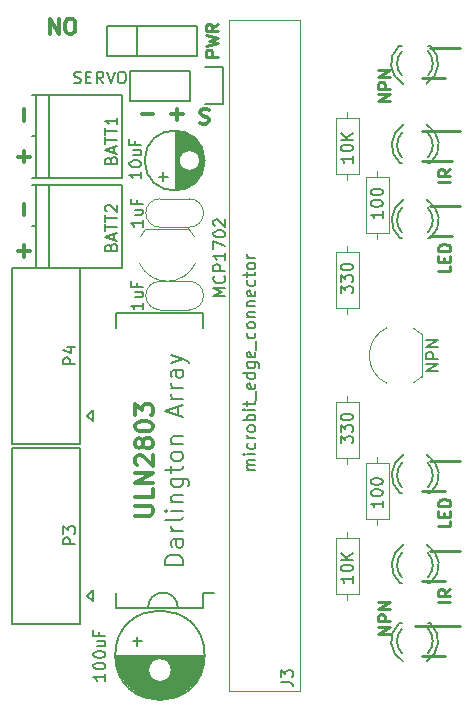
<source format=gto>
G04 #@! TF.FileFunction,Legend,Top*
%FSLAX46Y46*%
G04 Gerber Fmt 4.6, Leading zero omitted, Abs format (unit mm)*
G04 Created by KiCad (PCBNEW 4.0.7) date 08/30/19 18:56:12*
%MOMM*%
%LPD*%
G01*
G04 APERTURE LIST*
%ADD10C,0.100000*%
%ADD11C,0.254000*%
%ADD12C,0.150000*%
%ADD13C,0.200000*%
%ADD14C,0.300000*%
%ADD15C,0.120000*%
G04 APERTURE END LIST*
D10*
D11*
X139524619Y-63584666D02*
X138508619Y-63584666D01*
X138508619Y-63197619D01*
X138557000Y-63100857D01*
X138605381Y-63052476D01*
X138702143Y-63004095D01*
X138847286Y-63004095D01*
X138944048Y-63052476D01*
X138992429Y-63100857D01*
X139040810Y-63197619D01*
X139040810Y-63584666D01*
X138508619Y-62665428D02*
X139524619Y-62423523D01*
X138798905Y-62230000D01*
X139524619Y-62036476D01*
X138508619Y-61794571D01*
X139524619Y-60826952D02*
X139040810Y-61165618D01*
X139524619Y-61407523D02*
X138508619Y-61407523D01*
X138508619Y-61020476D01*
X138557000Y-60923714D01*
X138605381Y-60875333D01*
X138702143Y-60826952D01*
X138847286Y-60826952D01*
X138944048Y-60875333D01*
X138992429Y-60923714D01*
X139040810Y-61020476D01*
X139040810Y-61407523D01*
X154129619Y-112455476D02*
X153113619Y-112455476D01*
X154129619Y-111874905D01*
X153113619Y-111874905D01*
X154129619Y-111391095D02*
X153113619Y-111391095D01*
X153113619Y-111004048D01*
X153162000Y-110907286D01*
X153210381Y-110858905D01*
X153307143Y-110810524D01*
X153452286Y-110810524D01*
X153549048Y-110858905D01*
X153597429Y-110907286D01*
X153645810Y-111004048D01*
X153645810Y-111391095D01*
X154129619Y-110375095D02*
X153113619Y-110375095D01*
X154129619Y-109794524D01*
X153113619Y-109794524D01*
X154129619Y-67370476D02*
X153113619Y-67370476D01*
X154129619Y-66789905D01*
X153113619Y-66789905D01*
X154129619Y-66306095D02*
X153113619Y-66306095D01*
X153113619Y-65919048D01*
X153162000Y-65822286D01*
X153210381Y-65773905D01*
X153307143Y-65725524D01*
X153452286Y-65725524D01*
X153549048Y-65773905D01*
X153597429Y-65822286D01*
X153645810Y-65919048D01*
X153645810Y-66306095D01*
X154129619Y-65290095D02*
X153113619Y-65290095D01*
X154129619Y-64709524D01*
X153113619Y-64709524D01*
X156845000Y-114300000D02*
X158750000Y-114300000D01*
X156210000Y-111760000D02*
X160020000Y-111760000D01*
X156845000Y-107950000D02*
X158750000Y-107950000D01*
X157480000Y-105410000D02*
X160020000Y-105410000D01*
X156845000Y-100330000D02*
X158750000Y-100330000D01*
X157480000Y-97790000D02*
X160020000Y-97790000D01*
X156845000Y-65405000D02*
X158750000Y-65405000D01*
X157480000Y-62865000D02*
X160020000Y-62865000D01*
X156845000Y-69850000D02*
X160020000Y-69850000D01*
X159385000Y-72390000D02*
X156845000Y-72390000D01*
X157480000Y-78740000D02*
X159385000Y-78740000D01*
X157480000Y-76200000D02*
X160020000Y-76200000D01*
D12*
X132334048Y-113101429D02*
X133095953Y-113101429D01*
X132715001Y-113482381D02*
X132715001Y-112720476D01*
D13*
X136568571Y-106611428D02*
X135068571Y-106611428D01*
X135068571Y-106254285D01*
X135140000Y-106040000D01*
X135282857Y-105897142D01*
X135425714Y-105825714D01*
X135711429Y-105754285D01*
X135925714Y-105754285D01*
X136211429Y-105825714D01*
X136354286Y-105897142D01*
X136497143Y-106040000D01*
X136568571Y-106254285D01*
X136568571Y-106611428D01*
X136568571Y-104468571D02*
X135782857Y-104468571D01*
X135640000Y-104540000D01*
X135568571Y-104682857D01*
X135568571Y-104968571D01*
X135640000Y-105111428D01*
X136497143Y-104468571D02*
X136568571Y-104611428D01*
X136568571Y-104968571D01*
X136497143Y-105111428D01*
X136354286Y-105182857D01*
X136211429Y-105182857D01*
X136068571Y-105111428D01*
X135997143Y-104968571D01*
X135997143Y-104611428D01*
X135925714Y-104468571D01*
X136568571Y-103754285D02*
X135568571Y-103754285D01*
X135854286Y-103754285D02*
X135711429Y-103682857D01*
X135640000Y-103611428D01*
X135568571Y-103468571D01*
X135568571Y-103325714D01*
X136568571Y-102611428D02*
X136497143Y-102754286D01*
X136354286Y-102825714D01*
X135068571Y-102825714D01*
X136568571Y-102040000D02*
X135568571Y-102040000D01*
X135068571Y-102040000D02*
X135140000Y-102111429D01*
X135211429Y-102040000D01*
X135140000Y-101968572D01*
X135068571Y-102040000D01*
X135211429Y-102040000D01*
X135568571Y-101325714D02*
X136568571Y-101325714D01*
X135711429Y-101325714D02*
X135640000Y-101254286D01*
X135568571Y-101111428D01*
X135568571Y-100897143D01*
X135640000Y-100754286D01*
X135782857Y-100682857D01*
X136568571Y-100682857D01*
X135568571Y-99325714D02*
X136782857Y-99325714D01*
X136925714Y-99397143D01*
X136997143Y-99468571D01*
X137068571Y-99611428D01*
X137068571Y-99825714D01*
X136997143Y-99968571D01*
X136497143Y-99325714D02*
X136568571Y-99468571D01*
X136568571Y-99754285D01*
X136497143Y-99897143D01*
X136425714Y-99968571D01*
X136282857Y-100040000D01*
X135854286Y-100040000D01*
X135711429Y-99968571D01*
X135640000Y-99897143D01*
X135568571Y-99754285D01*
X135568571Y-99468571D01*
X135640000Y-99325714D01*
X135568571Y-98825714D02*
X135568571Y-98254285D01*
X135068571Y-98611428D02*
X136354286Y-98611428D01*
X136497143Y-98540000D01*
X136568571Y-98397142D01*
X136568571Y-98254285D01*
X136568571Y-97539999D02*
X136497143Y-97682857D01*
X136425714Y-97754285D01*
X136282857Y-97825714D01*
X135854286Y-97825714D01*
X135711429Y-97754285D01*
X135640000Y-97682857D01*
X135568571Y-97539999D01*
X135568571Y-97325714D01*
X135640000Y-97182857D01*
X135711429Y-97111428D01*
X135854286Y-97039999D01*
X136282857Y-97039999D01*
X136425714Y-97111428D01*
X136497143Y-97182857D01*
X136568571Y-97325714D01*
X136568571Y-97539999D01*
X135568571Y-96397142D02*
X136568571Y-96397142D01*
X135711429Y-96397142D02*
X135640000Y-96325714D01*
X135568571Y-96182856D01*
X135568571Y-95968571D01*
X135640000Y-95825714D01*
X135782857Y-95754285D01*
X136568571Y-95754285D01*
X136140000Y-93968571D02*
X136140000Y-93254285D01*
X136568571Y-94111428D02*
X135068571Y-93611428D01*
X136568571Y-93111428D01*
X136568571Y-92611428D02*
X135568571Y-92611428D01*
X135854286Y-92611428D02*
X135711429Y-92540000D01*
X135640000Y-92468571D01*
X135568571Y-92325714D01*
X135568571Y-92182857D01*
X136568571Y-91682857D02*
X135568571Y-91682857D01*
X135854286Y-91682857D02*
X135711429Y-91611429D01*
X135640000Y-91540000D01*
X135568571Y-91397143D01*
X135568571Y-91254286D01*
X136568571Y-90111429D02*
X135782857Y-90111429D01*
X135640000Y-90182858D01*
X135568571Y-90325715D01*
X135568571Y-90611429D01*
X135640000Y-90754286D01*
X136497143Y-90111429D02*
X136568571Y-90254286D01*
X136568571Y-90611429D01*
X136497143Y-90754286D01*
X136354286Y-90825715D01*
X136211429Y-90825715D01*
X136068571Y-90754286D01*
X135997143Y-90611429D01*
X135997143Y-90254286D01*
X135925714Y-90111429D01*
X135568571Y-89540000D02*
X136568571Y-89182857D01*
X135568571Y-88825715D02*
X136568571Y-89182857D01*
X136925714Y-89325715D01*
X136997143Y-89397143D01*
X137068571Y-89540000D01*
D11*
X159209619Y-81298143D02*
X159209619Y-81781952D01*
X158193619Y-81781952D01*
X158677429Y-80959476D02*
X158677429Y-80620810D01*
X159209619Y-80475667D02*
X159209619Y-80959476D01*
X158193619Y-80959476D01*
X158193619Y-80475667D01*
X159209619Y-80040238D02*
X158193619Y-80040238D01*
X158193619Y-79798333D01*
X158242000Y-79653191D01*
X158338762Y-79556429D01*
X158435524Y-79508048D01*
X158629048Y-79459667D01*
X158774190Y-79459667D01*
X158967714Y-79508048D01*
X159064476Y-79556429D01*
X159161238Y-79653191D01*
X159209619Y-79798333D01*
X159209619Y-80040238D01*
X159209619Y-74168000D02*
X158193619Y-74168000D01*
X159209619Y-73103619D02*
X158725810Y-73442285D01*
X159209619Y-73684190D02*
X158193619Y-73684190D01*
X158193619Y-73297143D01*
X158242000Y-73200381D01*
X158290381Y-73152000D01*
X158387143Y-73103619D01*
X158532286Y-73103619D01*
X158629048Y-73152000D01*
X158677429Y-73200381D01*
X158725810Y-73297143D01*
X158725810Y-73684190D01*
X159209619Y-102888143D02*
X159209619Y-103371952D01*
X158193619Y-103371952D01*
X158677429Y-102549476D02*
X158677429Y-102210810D01*
X159209619Y-102065667D02*
X159209619Y-102549476D01*
X158193619Y-102549476D01*
X158193619Y-102065667D01*
X159209619Y-101630238D02*
X158193619Y-101630238D01*
X158193619Y-101388333D01*
X158242000Y-101243191D01*
X158338762Y-101146429D01*
X158435524Y-101098048D01*
X158629048Y-101049667D01*
X158774190Y-101049667D01*
X158967714Y-101098048D01*
X159064476Y-101146429D01*
X159161238Y-101243191D01*
X159209619Y-101388333D01*
X159209619Y-101630238D01*
X159209619Y-109728000D02*
X158193619Y-109728000D01*
X159209619Y-108663619D02*
X158725810Y-109002285D01*
X159209619Y-109244190D02*
X158193619Y-109244190D01*
X158193619Y-108857143D01*
X158242000Y-108760381D01*
X158290381Y-108712000D01*
X158387143Y-108663619D01*
X158532286Y-108663619D01*
X158629048Y-108712000D01*
X158677429Y-108760381D01*
X158725810Y-108857143D01*
X158725810Y-109244190D01*
D14*
X138747143Y-68074048D02*
X138568571Y-68014524D01*
X138270952Y-68014524D01*
X138151905Y-68074048D01*
X138092381Y-68133571D01*
X138032857Y-68252619D01*
X138032857Y-68371667D01*
X138092381Y-68490714D01*
X138151905Y-68550238D01*
X138270952Y-68609762D01*
X138509048Y-68669286D01*
X138628095Y-68728810D01*
X138687619Y-68788333D01*
X138747143Y-68907381D01*
X138747143Y-69026429D01*
X138687619Y-69145476D01*
X138628095Y-69205000D01*
X138509048Y-69264524D01*
X138211428Y-69264524D01*
X138032857Y-69205000D01*
X136544762Y-68490714D02*
X135592381Y-68490714D01*
X136068571Y-68014524D02*
X136068571Y-68966905D01*
X134044762Y-68490714D02*
X133092381Y-68490714D01*
X123099286Y-68065953D02*
X123099286Y-69033572D01*
X123099286Y-71573572D02*
X123099286Y-72541191D01*
X122615476Y-72057381D02*
X123583095Y-72057381D01*
X123099286Y-76048810D02*
X123099286Y-77016429D01*
X123099286Y-79556429D02*
X123099286Y-80524048D01*
X122615476Y-80040238D02*
X123583095Y-80040238D01*
X127151190Y-61655476D02*
X126909286Y-61655476D01*
X126788333Y-61595000D01*
X126667381Y-61474048D01*
X126606905Y-61232143D01*
X126606905Y-60808810D01*
X126667381Y-60566905D01*
X126788333Y-60445952D01*
X126909286Y-60385476D01*
X127151190Y-60385476D01*
X127272143Y-60445952D01*
X127393095Y-60566905D01*
X127453571Y-60808810D01*
X127453571Y-61232143D01*
X127393095Y-61474048D01*
X127272143Y-61595000D01*
X127151190Y-61655476D01*
X126062619Y-60385476D02*
X126062619Y-61655476D01*
X125336905Y-60385476D01*
X125336905Y-61655476D01*
D12*
X154896000Y-111561000D02*
X155096000Y-111561000D01*
X157490000Y-111561000D02*
X157310000Y-111561000D01*
X157179643Y-114788744D02*
G75*
G03X157496000Y-111561000I-1003643J1727744D01*
G01*
X157309068Y-114113006D02*
G75*
G03X157310000Y-112010000I-1133068J1052006D01*
G01*
X154869274Y-111573780D02*
G75*
G03X155216000Y-114811000I1306726J-1497220D01*
G01*
X155096747Y-112047111D02*
G75*
G03X155116000Y-114095000I1079253J-1013889D01*
G01*
X154896000Y-62666000D02*
X155096000Y-62666000D01*
X157490000Y-62666000D02*
X157310000Y-62666000D01*
X157179643Y-65893744D02*
G75*
G03X157496000Y-62666000I-1003643J1727744D01*
G01*
X157309068Y-65218006D02*
G75*
G03X157310000Y-63115000I-1133068J1052006D01*
G01*
X154869274Y-62678780D02*
G75*
G03X155216000Y-65916000I1306726J-1497220D01*
G01*
X155096747Y-63152111D02*
G75*
G03X155116000Y-65200000I1079253J-1013889D01*
G01*
X157524000Y-72589000D02*
X157324000Y-72589000D01*
X154930000Y-72589000D02*
X155110000Y-72589000D01*
X155240357Y-69361256D02*
G75*
G03X154924000Y-72589000I1003643J-1727744D01*
G01*
X155110932Y-70036994D02*
G75*
G03X155110000Y-72140000I1133068J-1052006D01*
G01*
X157550726Y-72576220D02*
G75*
G03X157204000Y-69339000I-1306726J1497220D01*
G01*
X157323253Y-72102889D02*
G75*
G03X157304000Y-70055000I-1079253J1013889D01*
G01*
X130175000Y-63500000D02*
X130175000Y-60960000D01*
X130175000Y-60960000D02*
X137795000Y-60960000D01*
X137795000Y-60960000D02*
X137795000Y-63500000D01*
X137795000Y-63500000D02*
X130175000Y-63500000D01*
X132715000Y-60960000D02*
X132715000Y-63500000D01*
X157524000Y-100529000D02*
X157324000Y-100529000D01*
X154930000Y-100529000D02*
X155110000Y-100529000D01*
X155240357Y-97301256D02*
G75*
G03X154924000Y-100529000I1003643J-1727744D01*
G01*
X155110932Y-97976994D02*
G75*
G03X155110000Y-100080000I1133068J-1052006D01*
G01*
X157550726Y-100516220D02*
G75*
G03X157204000Y-97279000I-1306726J1497220D01*
G01*
X157323253Y-100042889D02*
G75*
G03X157304000Y-97995000I-1079253J1013889D01*
G01*
X135945000Y-69891000D02*
X135945000Y-74889000D01*
X136085000Y-69899000D02*
X136085000Y-74881000D01*
X136225000Y-69915000D02*
X136225000Y-72295000D01*
X136225000Y-72485000D02*
X136225000Y-74865000D01*
X136365000Y-69939000D02*
X136365000Y-71900000D01*
X136365000Y-72880000D02*
X136365000Y-74841000D01*
X136505000Y-69972000D02*
X136505000Y-71733000D01*
X136505000Y-73047000D02*
X136505000Y-74808000D01*
X136645000Y-70013000D02*
X136645000Y-71626000D01*
X136645000Y-73154000D02*
X136645000Y-74767000D01*
X136785000Y-70063000D02*
X136785000Y-71555000D01*
X136785000Y-73225000D02*
X136785000Y-74717000D01*
X136925000Y-70124000D02*
X136925000Y-71511000D01*
X136925000Y-73269000D02*
X136925000Y-74656000D01*
X137065000Y-70194000D02*
X137065000Y-71492000D01*
X137065000Y-73288000D02*
X137065000Y-74586000D01*
X137205000Y-70276000D02*
X137205000Y-71494000D01*
X137205000Y-73286000D02*
X137205000Y-74504000D01*
X137345000Y-70371000D02*
X137345000Y-71519000D01*
X137345000Y-73261000D02*
X137345000Y-74409000D01*
X137485000Y-70482000D02*
X137485000Y-71567000D01*
X137485000Y-73213000D02*
X137485000Y-74298000D01*
X137625000Y-70610000D02*
X137625000Y-71645000D01*
X137625000Y-73135000D02*
X137625000Y-74170000D01*
X137765000Y-70759000D02*
X137765000Y-71762000D01*
X137765000Y-73018000D02*
X137765000Y-74021000D01*
X137905000Y-70938000D02*
X137905000Y-71950000D01*
X137905000Y-72830000D02*
X137905000Y-73842000D01*
X138045000Y-71157000D02*
X138045000Y-73623000D01*
X138185000Y-71446000D02*
X138185000Y-73334000D01*
X138325000Y-71918000D02*
X138325000Y-72862000D01*
X138020000Y-72390000D02*
G75*
G03X138020000Y-72390000I-900000J0D01*
G01*
X138407500Y-72390000D02*
G75*
G03X138407500Y-72390000I-2537500J0D01*
G01*
D10*
X134620000Y-75635000D02*
X137120000Y-75635000D01*
X134620000Y-78035000D02*
X137120000Y-78035000D01*
X133420000Y-76835000D02*
G75*
G03X134620000Y-78035000I1200000J0D01*
G01*
X134620000Y-75635000D02*
G75*
G03X133420000Y-76835000I0J-1200000D01*
G01*
X137120000Y-78035000D02*
G75*
G03X138320000Y-76835000I0J1200000D01*
G01*
X138320000Y-76835000D02*
G75*
G03X137120000Y-75635000I-1200000J0D01*
G01*
D13*
X134874000Y-108966000D02*
G75*
G03X133604000Y-110236000I0J-1270000D01*
G01*
X136144000Y-110236000D02*
G75*
G03X134874000Y-108966000I-1270000J0D01*
G01*
D12*
X138295000Y-110245000D02*
X138295000Y-108975000D01*
X130945000Y-110245000D02*
X130945000Y-108975000D01*
X130945000Y-85335000D02*
X130945000Y-86605000D01*
X138295000Y-85335000D02*
X138295000Y-86605000D01*
X138295000Y-110245000D02*
X130945000Y-110245000D01*
X138295000Y-85335000D02*
X130945000Y-85335000D01*
X138295000Y-108975000D02*
X139230000Y-108975000D01*
X138369000Y-114355000D02*
X130871000Y-114355000D01*
X138364000Y-114495000D02*
X130876000Y-114495000D01*
X138353000Y-114635000D02*
X135066000Y-114635000D01*
X134174000Y-114635000D02*
X130887000Y-114635000D01*
X138337000Y-114775000D02*
X135276000Y-114775000D01*
X133964000Y-114775000D02*
X130903000Y-114775000D01*
X138316000Y-114915000D02*
X135409000Y-114915000D01*
X133831000Y-114915000D02*
X130924000Y-114915000D01*
X138289000Y-115055000D02*
X135500000Y-115055000D01*
X133740000Y-115055000D02*
X130951000Y-115055000D01*
X138257000Y-115195000D02*
X135562000Y-115195000D01*
X133678000Y-115195000D02*
X130983000Y-115195000D01*
X138219000Y-115335000D02*
X135601000Y-115335000D01*
X133639000Y-115335000D02*
X131021000Y-115335000D01*
X138175000Y-115475000D02*
X135618000Y-115475000D01*
X133622000Y-115475000D02*
X131065000Y-115475000D01*
X138124000Y-115615000D02*
X135616000Y-115615000D01*
X133624000Y-115615000D02*
X131116000Y-115615000D01*
X138068000Y-115755000D02*
X135594000Y-115755000D01*
X133646000Y-115755000D02*
X131172000Y-115755000D01*
X138004000Y-115895000D02*
X135551000Y-115895000D01*
X133689000Y-115895000D02*
X131236000Y-115895000D01*
X137934000Y-116035000D02*
X135483000Y-116035000D01*
X133757000Y-116035000D02*
X131306000Y-116035000D01*
X137856000Y-116175000D02*
X135384000Y-116175000D01*
X133856000Y-116175000D02*
X131384000Y-116175000D01*
X137770000Y-116315000D02*
X135239000Y-116315000D01*
X134001000Y-116315000D02*
X131470000Y-116315000D01*
X137675000Y-116455000D02*
X135000000Y-116455000D01*
X134240000Y-116455000D02*
X131565000Y-116455000D01*
X137570000Y-116595000D02*
X131670000Y-116595000D01*
X137455000Y-116735000D02*
X131785000Y-116735000D01*
X137327000Y-116875000D02*
X131913000Y-116875000D01*
X137186000Y-117015000D02*
X132054000Y-117015000D01*
X137028000Y-117155000D02*
X132212000Y-117155000D01*
X136850000Y-117295000D02*
X132390000Y-117295000D01*
X136647000Y-117435000D02*
X132593000Y-117435000D01*
X136410000Y-117575000D02*
X132830000Y-117575000D01*
X136124000Y-117715000D02*
X133116000Y-117715000D01*
X135752000Y-117855000D02*
X133488000Y-117855000D01*
X135131000Y-117995000D02*
X134109000Y-117995000D01*
X135620000Y-115530000D02*
G75*
G03X135620000Y-115530000I-1000000J0D01*
G01*
X138407500Y-114280000D02*
G75*
G03X138407500Y-114280000I-3787500J0D01*
G01*
X137160000Y-64770000D02*
X132080000Y-64770000D01*
X132080000Y-64770000D02*
X132080000Y-67310000D01*
X132080000Y-67310000D02*
X137160000Y-67310000D01*
X139980000Y-67590000D02*
X138430000Y-67590000D01*
X137160000Y-67310000D02*
X137160000Y-64770000D01*
X138430000Y-64490000D02*
X139980000Y-64490000D01*
X139980000Y-64490000D02*
X139980000Y-67590000D01*
X124170000Y-70330000D02*
X123770000Y-70330000D01*
X125270000Y-66830000D02*
X125270000Y-73830000D01*
X124170000Y-66830000D02*
X124170000Y-73830000D01*
X131370000Y-66830000D02*
X123770000Y-66830000D01*
X123770000Y-73830000D02*
X131370000Y-73830000D01*
X131370000Y-73830000D02*
X131370000Y-66830000D01*
X124170000Y-77950000D02*
X123770000Y-77950000D01*
X125270000Y-74450000D02*
X125270000Y-81450000D01*
X124170000Y-74450000D02*
X124170000Y-81450000D01*
X131370000Y-74450000D02*
X123770000Y-74450000D01*
X123770000Y-81450000D02*
X131370000Y-81450000D01*
X131370000Y-81450000D02*
X131370000Y-74450000D01*
X157524000Y-78939000D02*
X157324000Y-78939000D01*
X154930000Y-78939000D02*
X155110000Y-78939000D01*
X155240357Y-75711256D02*
G75*
G03X154924000Y-78939000I1003643J-1727744D01*
G01*
X155110932Y-76386994D02*
G75*
G03X155110000Y-78490000I1133068J-1052006D01*
G01*
X157550726Y-78926220D02*
G75*
G03X157204000Y-75689000I-1306726J1497220D01*
G01*
X157323253Y-78452889D02*
G75*
G03X157304000Y-76405000I-1079253J1013889D01*
G01*
D10*
X134620000Y-82620000D02*
X137120000Y-82620000D01*
X134620000Y-85020000D02*
X137120000Y-85020000D01*
X133420000Y-83820000D02*
G75*
G03X134620000Y-85020000I1200000J0D01*
G01*
X134620000Y-82620000D02*
G75*
G03X133420000Y-83820000I0J-1200000D01*
G01*
X137120000Y-85020000D02*
G75*
G03X138320000Y-83820000I0J1200000D01*
G01*
X138320000Y-83820000D02*
G75*
G03X137120000Y-82620000I-1200000J0D01*
G01*
D12*
X157524000Y-108149000D02*
X157324000Y-108149000D01*
X154930000Y-108149000D02*
X155110000Y-108149000D01*
X155240357Y-104921256D02*
G75*
G03X154924000Y-108149000I1003643J-1727744D01*
G01*
X155110932Y-105596994D02*
G75*
G03X155110000Y-107700000I1133068J-1052006D01*
G01*
X157550726Y-108136220D02*
G75*
G03X157204000Y-104899000I-1306726J1497220D01*
G01*
X157323253Y-107662889D02*
G75*
G03X157304000Y-105615000I-1079253J1013889D01*
G01*
D15*
X137055000Y-78160000D02*
X133455000Y-78160000D01*
X137579184Y-78887205D02*
G75*
G03X137055000Y-78160000I-2324184J-1122795D01*
G01*
X137611400Y-81108807D02*
G75*
G02X135255000Y-82610000I-2356400J1098807D01*
G01*
X132898600Y-81108807D02*
G75*
G03X135255000Y-82610000I2356400J1098807D01*
G01*
X132930816Y-78887205D02*
G75*
G02X133455000Y-78160000I2324184J-1122795D01*
G01*
D12*
X122110000Y-111670000D02*
X122110000Y-96770000D01*
X127860000Y-111670000D02*
X127860000Y-96770000D01*
X122110000Y-111670000D02*
X127860000Y-111670000D01*
X122110000Y-96770000D02*
X127860000Y-96770000D01*
X128960000Y-109720000D02*
X128960000Y-108720000D01*
X128460000Y-109220000D02*
X128960000Y-108720000D01*
X128460000Y-109220000D02*
X128960000Y-109720000D01*
X122110000Y-96430000D02*
X122110000Y-81530000D01*
X127860000Y-96430000D02*
X127860000Y-81530000D01*
X122110000Y-96430000D02*
X127860000Y-96430000D01*
X122110000Y-81530000D02*
X127860000Y-81530000D01*
X128960000Y-94480000D02*
X128960000Y-93480000D01*
X128460000Y-93980000D02*
X128960000Y-93480000D01*
X128460000Y-93980000D02*
X128960000Y-94480000D01*
D15*
X156790000Y-90700000D02*
X156790000Y-87100000D01*
X156062795Y-91224184D02*
G75*
G03X156790000Y-90700000I-1122795J2324184D01*
G01*
X153841193Y-91256400D02*
G75*
G02X152340000Y-88900000I1098807J2356400D01*
G01*
X153841193Y-86543600D02*
G75*
G03X152340000Y-88900000I1098807J-2356400D01*
G01*
X156062795Y-86575816D02*
G75*
G02X156790000Y-87100000I-1122795J-2324184D01*
G01*
X150495000Y-109120000D02*
X150495000Y-109620000D01*
X150495000Y-104370000D02*
X150495000Y-103870000D01*
X151495000Y-104370000D02*
X149495000Y-104370000D01*
X149495000Y-104370000D02*
X149495000Y-109120000D01*
X149495000Y-109120000D02*
X151495000Y-109120000D01*
X151495000Y-109120000D02*
X151495000Y-104370000D01*
X150495000Y-73560000D02*
X150495000Y-74060000D01*
X150495000Y-68810000D02*
X150495000Y-68310000D01*
X151495000Y-68810000D02*
X149495000Y-68810000D01*
X149495000Y-68810000D02*
X149495000Y-73560000D01*
X149495000Y-73560000D02*
X151495000Y-73560000D01*
X151495000Y-73560000D02*
X151495000Y-68810000D01*
X153035000Y-73760000D02*
X153035000Y-73260000D01*
X153035000Y-78510000D02*
X153035000Y-79010000D01*
X152035000Y-78510000D02*
X154035000Y-78510000D01*
X154035000Y-78510000D02*
X154035000Y-73760000D01*
X154035000Y-73760000D02*
X152035000Y-73760000D01*
X152035000Y-73760000D02*
X152035000Y-78510000D01*
X150495000Y-92810000D02*
X150495000Y-92310000D01*
X150495000Y-97560000D02*
X150495000Y-98060000D01*
X149495000Y-97560000D02*
X151495000Y-97560000D01*
X151495000Y-97560000D02*
X151495000Y-92810000D01*
X151495000Y-92810000D02*
X149495000Y-92810000D01*
X149495000Y-92810000D02*
X149495000Y-97560000D01*
X150495000Y-80110000D02*
X150495000Y-79610000D01*
X150495000Y-84860000D02*
X150495000Y-85360000D01*
X149495000Y-84860000D02*
X151495000Y-84860000D01*
X151495000Y-84860000D02*
X151495000Y-80110000D01*
X151495000Y-80110000D02*
X149495000Y-80110000D01*
X149495000Y-80110000D02*
X149495000Y-84860000D01*
X153035000Y-102770000D02*
X153035000Y-103270000D01*
X153035000Y-98020000D02*
X153035000Y-97520000D01*
X154035000Y-98020000D02*
X152035000Y-98020000D01*
X152035000Y-98020000D02*
X152035000Y-102770000D01*
X152035000Y-102770000D02*
X154035000Y-102770000D01*
X154035000Y-102770000D02*
X154035000Y-98020000D01*
X146510000Y-60500000D02*
X140510000Y-60500000D01*
X146510000Y-117300000D02*
X140510000Y-117300000D01*
X146510000Y-117300000D02*
X146510000Y-60500000D01*
X140510000Y-117300000D02*
X140510000Y-60500000D01*
D12*
X133040381Y-73334428D02*
X133040381Y-73905857D01*
X133040381Y-73620143D02*
X132040381Y-73620143D01*
X132183238Y-73715381D01*
X132278476Y-73810619D01*
X132326095Y-73905857D01*
X132040381Y-72715381D02*
X132040381Y-72620142D01*
X132088000Y-72524904D01*
X132135619Y-72477285D01*
X132230857Y-72429666D01*
X132421333Y-72382047D01*
X132659429Y-72382047D01*
X132849905Y-72429666D01*
X132945143Y-72477285D01*
X132992762Y-72524904D01*
X133040381Y-72620142D01*
X133040381Y-72715381D01*
X132992762Y-72810619D01*
X132945143Y-72858238D01*
X132849905Y-72905857D01*
X132659429Y-72953476D01*
X132421333Y-72953476D01*
X132230857Y-72905857D01*
X132135619Y-72858238D01*
X132088000Y-72810619D01*
X132040381Y-72715381D01*
X132373714Y-71524904D02*
X133040381Y-71524904D01*
X132373714Y-71953476D02*
X132897524Y-71953476D01*
X132992762Y-71905857D01*
X133040381Y-71810619D01*
X133040381Y-71667761D01*
X132992762Y-71572523D01*
X132945143Y-71524904D01*
X132516571Y-70715380D02*
X132516571Y-71048714D01*
X133040381Y-71048714D02*
X132040381Y-71048714D01*
X132040381Y-70572523D01*
X134539048Y-73761429D02*
X135300953Y-73761429D01*
X134920001Y-74142381D02*
X134920001Y-73380476D01*
X133167381Y-77430238D02*
X133167381Y-78001667D01*
X133167381Y-77715953D02*
X132167381Y-77715953D01*
X132310238Y-77811191D01*
X132405476Y-77906429D01*
X132453095Y-78001667D01*
X132500714Y-76573095D02*
X133167381Y-76573095D01*
X132500714Y-77001667D02*
X133024524Y-77001667D01*
X133119762Y-76954048D01*
X133167381Y-76858810D01*
X133167381Y-76715952D01*
X133119762Y-76620714D01*
X133072143Y-76573095D01*
X132643571Y-75763571D02*
X132643571Y-76096905D01*
X133167381Y-76096905D02*
X132167381Y-76096905D01*
X132167381Y-75620714D01*
D14*
X132528571Y-102468571D02*
X133742857Y-102468571D01*
X133885714Y-102397143D01*
X133957143Y-102325714D01*
X134028571Y-102182857D01*
X134028571Y-101897143D01*
X133957143Y-101754285D01*
X133885714Y-101682857D01*
X133742857Y-101611428D01*
X132528571Y-101611428D01*
X134028571Y-100182856D02*
X134028571Y-100897142D01*
X132528571Y-100897142D01*
X134028571Y-99682856D02*
X132528571Y-99682856D01*
X134028571Y-98825713D01*
X132528571Y-98825713D01*
X132671429Y-98182856D02*
X132600000Y-98111427D01*
X132528571Y-97968570D01*
X132528571Y-97611427D01*
X132600000Y-97468570D01*
X132671429Y-97397141D01*
X132814286Y-97325713D01*
X132957143Y-97325713D01*
X133171429Y-97397141D01*
X134028571Y-98254284D01*
X134028571Y-97325713D01*
X133171429Y-96468570D02*
X133100000Y-96611428D01*
X133028571Y-96682856D01*
X132885714Y-96754285D01*
X132814286Y-96754285D01*
X132671429Y-96682856D01*
X132600000Y-96611428D01*
X132528571Y-96468570D01*
X132528571Y-96182856D01*
X132600000Y-96039999D01*
X132671429Y-95968570D01*
X132814286Y-95897142D01*
X132885714Y-95897142D01*
X133028571Y-95968570D01*
X133100000Y-96039999D01*
X133171429Y-96182856D01*
X133171429Y-96468570D01*
X133242857Y-96611428D01*
X133314286Y-96682856D01*
X133457143Y-96754285D01*
X133742857Y-96754285D01*
X133885714Y-96682856D01*
X133957143Y-96611428D01*
X134028571Y-96468570D01*
X134028571Y-96182856D01*
X133957143Y-96039999D01*
X133885714Y-95968570D01*
X133742857Y-95897142D01*
X133457143Y-95897142D01*
X133314286Y-95968570D01*
X133242857Y-96039999D01*
X133171429Y-96182856D01*
X132528571Y-94968571D02*
X132528571Y-94825714D01*
X132600000Y-94682857D01*
X132671429Y-94611428D01*
X132814286Y-94539999D01*
X133100000Y-94468571D01*
X133457143Y-94468571D01*
X133742857Y-94539999D01*
X133885714Y-94611428D01*
X133957143Y-94682857D01*
X134028571Y-94825714D01*
X134028571Y-94968571D01*
X133957143Y-95111428D01*
X133885714Y-95182857D01*
X133742857Y-95254285D01*
X133457143Y-95325714D01*
X133100000Y-95325714D01*
X132814286Y-95254285D01*
X132671429Y-95182857D01*
X132600000Y-95111428D01*
X132528571Y-94968571D01*
X132528571Y-93968571D02*
X132528571Y-93040000D01*
X133100000Y-93540000D01*
X133100000Y-93325714D01*
X133171429Y-93182857D01*
X133242857Y-93111428D01*
X133385714Y-93040000D01*
X133742857Y-93040000D01*
X133885714Y-93111428D01*
X133957143Y-93182857D01*
X134028571Y-93325714D01*
X134028571Y-93754286D01*
X133957143Y-93897143D01*
X133885714Y-93968571D01*
D12*
X129992381Y-115847619D02*
X129992381Y-116419048D01*
X129992381Y-116133334D02*
X128992381Y-116133334D01*
X129135238Y-116228572D01*
X129230476Y-116323810D01*
X129278095Y-116419048D01*
X128992381Y-115228572D02*
X128992381Y-115133333D01*
X129040000Y-115038095D01*
X129087619Y-114990476D01*
X129182857Y-114942857D01*
X129373333Y-114895238D01*
X129611429Y-114895238D01*
X129801905Y-114942857D01*
X129897143Y-114990476D01*
X129944762Y-115038095D01*
X129992381Y-115133333D01*
X129992381Y-115228572D01*
X129944762Y-115323810D01*
X129897143Y-115371429D01*
X129801905Y-115419048D01*
X129611429Y-115466667D01*
X129373333Y-115466667D01*
X129182857Y-115419048D01*
X129087619Y-115371429D01*
X129040000Y-115323810D01*
X128992381Y-115228572D01*
X128992381Y-114276191D02*
X128992381Y-114180952D01*
X129040000Y-114085714D01*
X129087619Y-114038095D01*
X129182857Y-113990476D01*
X129373333Y-113942857D01*
X129611429Y-113942857D01*
X129801905Y-113990476D01*
X129897143Y-114038095D01*
X129944762Y-114085714D01*
X129992381Y-114180952D01*
X129992381Y-114276191D01*
X129944762Y-114371429D01*
X129897143Y-114419048D01*
X129801905Y-114466667D01*
X129611429Y-114514286D01*
X129373333Y-114514286D01*
X129182857Y-114466667D01*
X129087619Y-114419048D01*
X129040000Y-114371429D01*
X128992381Y-114276191D01*
X129325714Y-113085714D02*
X129992381Y-113085714D01*
X129325714Y-113514286D02*
X129849524Y-113514286D01*
X129944762Y-113466667D01*
X129992381Y-113371429D01*
X129992381Y-113228571D01*
X129944762Y-113133333D01*
X129897143Y-113085714D01*
X129468571Y-112276190D02*
X129468571Y-112609524D01*
X129992381Y-112609524D02*
X128992381Y-112609524D01*
X128992381Y-112133333D01*
X127349524Y-65809762D02*
X127492381Y-65857381D01*
X127730477Y-65857381D01*
X127825715Y-65809762D01*
X127873334Y-65762143D01*
X127920953Y-65666905D01*
X127920953Y-65571667D01*
X127873334Y-65476429D01*
X127825715Y-65428810D01*
X127730477Y-65381190D01*
X127540000Y-65333571D01*
X127444762Y-65285952D01*
X127397143Y-65238333D01*
X127349524Y-65143095D01*
X127349524Y-65047857D01*
X127397143Y-64952619D01*
X127444762Y-64905000D01*
X127540000Y-64857381D01*
X127778096Y-64857381D01*
X127920953Y-64905000D01*
X128349524Y-65333571D02*
X128682858Y-65333571D01*
X128825715Y-65857381D02*
X128349524Y-65857381D01*
X128349524Y-64857381D01*
X128825715Y-64857381D01*
X129825715Y-65857381D02*
X129492381Y-65381190D01*
X129254286Y-65857381D02*
X129254286Y-64857381D01*
X129635239Y-64857381D01*
X129730477Y-64905000D01*
X129778096Y-64952619D01*
X129825715Y-65047857D01*
X129825715Y-65190714D01*
X129778096Y-65285952D01*
X129730477Y-65333571D01*
X129635239Y-65381190D01*
X129254286Y-65381190D01*
X130111429Y-64857381D02*
X130444762Y-65857381D01*
X130778096Y-64857381D01*
X131301905Y-64857381D02*
X131492382Y-64857381D01*
X131587620Y-64905000D01*
X131682858Y-65000238D01*
X131730477Y-65190714D01*
X131730477Y-65524048D01*
X131682858Y-65714524D01*
X131587620Y-65809762D01*
X131492382Y-65857381D01*
X131301905Y-65857381D01*
X131206667Y-65809762D01*
X131111429Y-65714524D01*
X131063810Y-65524048D01*
X131063810Y-65190714D01*
X131111429Y-65000238D01*
X131206667Y-64905000D01*
X131301905Y-64857381D01*
X130484571Y-72334238D02*
X130532190Y-72191381D01*
X130579810Y-72143762D01*
X130675048Y-72096143D01*
X130817905Y-72096143D01*
X130913143Y-72143762D01*
X130960762Y-72191381D01*
X131008381Y-72286619D01*
X131008381Y-72667572D01*
X130008381Y-72667572D01*
X130008381Y-72334238D01*
X130056000Y-72239000D01*
X130103619Y-72191381D01*
X130198857Y-72143762D01*
X130294095Y-72143762D01*
X130389333Y-72191381D01*
X130436952Y-72239000D01*
X130484571Y-72334238D01*
X130484571Y-72667572D01*
X130722667Y-71715191D02*
X130722667Y-71239000D01*
X131008381Y-71810429D02*
X130008381Y-71477096D01*
X131008381Y-71143762D01*
X130008381Y-70953286D02*
X130008381Y-70381857D01*
X131008381Y-70667572D02*
X130008381Y-70667572D01*
X130008381Y-70191381D02*
X130008381Y-69619952D01*
X131008381Y-69905667D02*
X130008381Y-69905667D01*
X131008381Y-68762809D02*
X131008381Y-69334238D01*
X131008381Y-69048524D02*
X130008381Y-69048524D01*
X130151238Y-69143762D01*
X130246476Y-69239000D01*
X130294095Y-69334238D01*
X130484571Y-79700238D02*
X130532190Y-79557381D01*
X130579810Y-79509762D01*
X130675048Y-79462143D01*
X130817905Y-79462143D01*
X130913143Y-79509762D01*
X130960762Y-79557381D01*
X131008381Y-79652619D01*
X131008381Y-80033572D01*
X130008381Y-80033572D01*
X130008381Y-79700238D01*
X130056000Y-79605000D01*
X130103619Y-79557381D01*
X130198857Y-79509762D01*
X130294095Y-79509762D01*
X130389333Y-79557381D01*
X130436952Y-79605000D01*
X130484571Y-79700238D01*
X130484571Y-80033572D01*
X130722667Y-79081191D02*
X130722667Y-78605000D01*
X131008381Y-79176429D02*
X130008381Y-78843096D01*
X131008381Y-78509762D01*
X130008381Y-78319286D02*
X130008381Y-77747857D01*
X131008381Y-78033572D02*
X130008381Y-78033572D01*
X130008381Y-77557381D02*
X130008381Y-76985952D01*
X131008381Y-77271667D02*
X130008381Y-77271667D01*
X130103619Y-76700238D02*
X130056000Y-76652619D01*
X130008381Y-76557381D01*
X130008381Y-76319285D01*
X130056000Y-76224047D01*
X130103619Y-76176428D01*
X130198857Y-76128809D01*
X130294095Y-76128809D01*
X130436952Y-76176428D01*
X131008381Y-76747857D01*
X131008381Y-76128809D01*
X133167381Y-84415238D02*
X133167381Y-84986667D01*
X133167381Y-84700953D02*
X132167381Y-84700953D01*
X132310238Y-84796191D01*
X132405476Y-84891429D01*
X132453095Y-84986667D01*
X132500714Y-83558095D02*
X133167381Y-83558095D01*
X132500714Y-83986667D02*
X133024524Y-83986667D01*
X133119762Y-83939048D01*
X133167381Y-83843810D01*
X133167381Y-83700952D01*
X133119762Y-83605714D01*
X133072143Y-83558095D01*
X132643571Y-82748571D02*
X132643571Y-83081905D01*
X133167381Y-83081905D02*
X132167381Y-83081905D01*
X132167381Y-82605714D01*
X140152381Y-83883095D02*
X139152381Y-83883095D01*
X139866667Y-83549761D01*
X139152381Y-83216428D01*
X140152381Y-83216428D01*
X140057143Y-82168809D02*
X140104762Y-82216428D01*
X140152381Y-82359285D01*
X140152381Y-82454523D01*
X140104762Y-82597381D01*
X140009524Y-82692619D01*
X139914286Y-82740238D01*
X139723810Y-82787857D01*
X139580952Y-82787857D01*
X139390476Y-82740238D01*
X139295238Y-82692619D01*
X139200000Y-82597381D01*
X139152381Y-82454523D01*
X139152381Y-82359285D01*
X139200000Y-82216428D01*
X139247619Y-82168809D01*
X140152381Y-81740238D02*
X139152381Y-81740238D01*
X139152381Y-81359285D01*
X139200000Y-81264047D01*
X139247619Y-81216428D01*
X139342857Y-81168809D01*
X139485714Y-81168809D01*
X139580952Y-81216428D01*
X139628571Y-81264047D01*
X139676190Y-81359285D01*
X139676190Y-81740238D01*
X140152381Y-80216428D02*
X140152381Y-80787857D01*
X140152381Y-80502143D02*
X139152381Y-80502143D01*
X139295238Y-80597381D01*
X139390476Y-80692619D01*
X139438095Y-80787857D01*
X139152381Y-79883095D02*
X139152381Y-79216428D01*
X140152381Y-79645000D01*
X139152381Y-78645000D02*
X139152381Y-78549761D01*
X139200000Y-78454523D01*
X139247619Y-78406904D01*
X139342857Y-78359285D01*
X139533333Y-78311666D01*
X139771429Y-78311666D01*
X139961905Y-78359285D01*
X140057143Y-78406904D01*
X140104762Y-78454523D01*
X140152381Y-78549761D01*
X140152381Y-78645000D01*
X140104762Y-78740238D01*
X140057143Y-78787857D01*
X139961905Y-78835476D01*
X139771429Y-78883095D01*
X139533333Y-78883095D01*
X139342857Y-78835476D01*
X139247619Y-78787857D01*
X139200000Y-78740238D01*
X139152381Y-78645000D01*
X139247619Y-77930714D02*
X139200000Y-77883095D01*
X139152381Y-77787857D01*
X139152381Y-77549761D01*
X139200000Y-77454523D01*
X139247619Y-77406904D01*
X139342857Y-77359285D01*
X139438095Y-77359285D01*
X139580952Y-77406904D01*
X140152381Y-77978333D01*
X140152381Y-77359285D01*
X127452381Y-104878095D02*
X126452381Y-104878095D01*
X126452381Y-104497142D01*
X126500000Y-104401904D01*
X126547619Y-104354285D01*
X126642857Y-104306666D01*
X126785714Y-104306666D01*
X126880952Y-104354285D01*
X126928571Y-104401904D01*
X126976190Y-104497142D01*
X126976190Y-104878095D01*
X126452381Y-103973333D02*
X126452381Y-103354285D01*
X126833333Y-103687619D01*
X126833333Y-103544761D01*
X126880952Y-103449523D01*
X126928571Y-103401904D01*
X127023810Y-103354285D01*
X127261905Y-103354285D01*
X127357143Y-103401904D01*
X127404762Y-103449523D01*
X127452381Y-103544761D01*
X127452381Y-103830476D01*
X127404762Y-103925714D01*
X127357143Y-103973333D01*
X127452381Y-89638095D02*
X126452381Y-89638095D01*
X126452381Y-89257142D01*
X126500000Y-89161904D01*
X126547619Y-89114285D01*
X126642857Y-89066666D01*
X126785714Y-89066666D01*
X126880952Y-89114285D01*
X126928571Y-89161904D01*
X126976190Y-89257142D01*
X126976190Y-89638095D01*
X126785714Y-88209523D02*
X127452381Y-88209523D01*
X126404762Y-88447619D02*
X127119048Y-88685714D01*
X127119048Y-88066666D01*
X158182381Y-90209524D02*
X157182381Y-90209524D01*
X158182381Y-89638095D01*
X157182381Y-89638095D01*
X158182381Y-89161905D02*
X157182381Y-89161905D01*
X157182381Y-88780952D01*
X157230000Y-88685714D01*
X157277619Y-88638095D01*
X157372857Y-88590476D01*
X157515714Y-88590476D01*
X157610952Y-88638095D01*
X157658571Y-88685714D01*
X157706190Y-88780952D01*
X157706190Y-89161905D01*
X158182381Y-88161905D02*
X157182381Y-88161905D01*
X158182381Y-87590476D01*
X157182381Y-87590476D01*
X150947381Y-107560476D02*
X150947381Y-108131905D01*
X150947381Y-107846191D02*
X149947381Y-107846191D01*
X150090238Y-107941429D01*
X150185476Y-108036667D01*
X150233095Y-108131905D01*
X149947381Y-106941429D02*
X149947381Y-106846190D01*
X149995000Y-106750952D01*
X150042619Y-106703333D01*
X150137857Y-106655714D01*
X150328333Y-106608095D01*
X150566429Y-106608095D01*
X150756905Y-106655714D01*
X150852143Y-106703333D01*
X150899762Y-106750952D01*
X150947381Y-106846190D01*
X150947381Y-106941429D01*
X150899762Y-107036667D01*
X150852143Y-107084286D01*
X150756905Y-107131905D01*
X150566429Y-107179524D01*
X150328333Y-107179524D01*
X150137857Y-107131905D01*
X150042619Y-107084286D01*
X149995000Y-107036667D01*
X149947381Y-106941429D01*
X150947381Y-106179524D02*
X149947381Y-106179524D01*
X150947381Y-105608095D02*
X150375952Y-106036667D01*
X149947381Y-105608095D02*
X150518810Y-106179524D01*
X150947381Y-72000476D02*
X150947381Y-72571905D01*
X150947381Y-72286191D02*
X149947381Y-72286191D01*
X150090238Y-72381429D01*
X150185476Y-72476667D01*
X150233095Y-72571905D01*
X149947381Y-71381429D02*
X149947381Y-71286190D01*
X149995000Y-71190952D01*
X150042619Y-71143333D01*
X150137857Y-71095714D01*
X150328333Y-71048095D01*
X150566429Y-71048095D01*
X150756905Y-71095714D01*
X150852143Y-71143333D01*
X150899762Y-71190952D01*
X150947381Y-71286190D01*
X150947381Y-71381429D01*
X150899762Y-71476667D01*
X150852143Y-71524286D01*
X150756905Y-71571905D01*
X150566429Y-71619524D01*
X150328333Y-71619524D01*
X150137857Y-71571905D01*
X150042619Y-71524286D01*
X149995000Y-71476667D01*
X149947381Y-71381429D01*
X150947381Y-70619524D02*
X149947381Y-70619524D01*
X150947381Y-70048095D02*
X150375952Y-70476667D01*
X149947381Y-70048095D02*
X150518810Y-70619524D01*
X153487381Y-76676666D02*
X153487381Y-77248095D01*
X153487381Y-76962381D02*
X152487381Y-76962381D01*
X152630238Y-77057619D01*
X152725476Y-77152857D01*
X152773095Y-77248095D01*
X152487381Y-76057619D02*
X152487381Y-75962380D01*
X152535000Y-75867142D01*
X152582619Y-75819523D01*
X152677857Y-75771904D01*
X152868333Y-75724285D01*
X153106429Y-75724285D01*
X153296905Y-75771904D01*
X153392143Y-75819523D01*
X153439762Y-75867142D01*
X153487381Y-75962380D01*
X153487381Y-76057619D01*
X153439762Y-76152857D01*
X153392143Y-76200476D01*
X153296905Y-76248095D01*
X153106429Y-76295714D01*
X152868333Y-76295714D01*
X152677857Y-76248095D01*
X152582619Y-76200476D01*
X152535000Y-76152857D01*
X152487381Y-76057619D01*
X152487381Y-75105238D02*
X152487381Y-75009999D01*
X152535000Y-74914761D01*
X152582619Y-74867142D01*
X152677857Y-74819523D01*
X152868333Y-74771904D01*
X153106429Y-74771904D01*
X153296905Y-74819523D01*
X153392143Y-74867142D01*
X153439762Y-74914761D01*
X153487381Y-75009999D01*
X153487381Y-75105238D01*
X153439762Y-75200476D01*
X153392143Y-75248095D01*
X153296905Y-75295714D01*
X153106429Y-75343333D01*
X152868333Y-75343333D01*
X152677857Y-75295714D01*
X152582619Y-75248095D01*
X152535000Y-75200476D01*
X152487381Y-75105238D01*
X149947381Y-96345714D02*
X149947381Y-95726666D01*
X150328333Y-96060000D01*
X150328333Y-95917142D01*
X150375952Y-95821904D01*
X150423571Y-95774285D01*
X150518810Y-95726666D01*
X150756905Y-95726666D01*
X150852143Y-95774285D01*
X150899762Y-95821904D01*
X150947381Y-95917142D01*
X150947381Y-96202857D01*
X150899762Y-96298095D01*
X150852143Y-96345714D01*
X149947381Y-95393333D02*
X149947381Y-94774285D01*
X150328333Y-95107619D01*
X150328333Y-94964761D01*
X150375952Y-94869523D01*
X150423571Y-94821904D01*
X150518810Y-94774285D01*
X150756905Y-94774285D01*
X150852143Y-94821904D01*
X150899762Y-94869523D01*
X150947381Y-94964761D01*
X150947381Y-95250476D01*
X150899762Y-95345714D01*
X150852143Y-95393333D01*
X149947381Y-94155238D02*
X149947381Y-94059999D01*
X149995000Y-93964761D01*
X150042619Y-93917142D01*
X150137857Y-93869523D01*
X150328333Y-93821904D01*
X150566429Y-93821904D01*
X150756905Y-93869523D01*
X150852143Y-93917142D01*
X150899762Y-93964761D01*
X150947381Y-94059999D01*
X150947381Y-94155238D01*
X150899762Y-94250476D01*
X150852143Y-94298095D01*
X150756905Y-94345714D01*
X150566429Y-94393333D01*
X150328333Y-94393333D01*
X150137857Y-94345714D01*
X150042619Y-94298095D01*
X149995000Y-94250476D01*
X149947381Y-94155238D01*
X149947381Y-83645714D02*
X149947381Y-83026666D01*
X150328333Y-83360000D01*
X150328333Y-83217142D01*
X150375952Y-83121904D01*
X150423571Y-83074285D01*
X150518810Y-83026666D01*
X150756905Y-83026666D01*
X150852143Y-83074285D01*
X150899762Y-83121904D01*
X150947381Y-83217142D01*
X150947381Y-83502857D01*
X150899762Y-83598095D01*
X150852143Y-83645714D01*
X149947381Y-82693333D02*
X149947381Y-82074285D01*
X150328333Y-82407619D01*
X150328333Y-82264761D01*
X150375952Y-82169523D01*
X150423571Y-82121904D01*
X150518810Y-82074285D01*
X150756905Y-82074285D01*
X150852143Y-82121904D01*
X150899762Y-82169523D01*
X150947381Y-82264761D01*
X150947381Y-82550476D01*
X150899762Y-82645714D01*
X150852143Y-82693333D01*
X149947381Y-81455238D02*
X149947381Y-81359999D01*
X149995000Y-81264761D01*
X150042619Y-81217142D01*
X150137857Y-81169523D01*
X150328333Y-81121904D01*
X150566429Y-81121904D01*
X150756905Y-81169523D01*
X150852143Y-81217142D01*
X150899762Y-81264761D01*
X150947381Y-81359999D01*
X150947381Y-81455238D01*
X150899762Y-81550476D01*
X150852143Y-81598095D01*
X150756905Y-81645714D01*
X150566429Y-81693333D01*
X150328333Y-81693333D01*
X150137857Y-81645714D01*
X150042619Y-81598095D01*
X149995000Y-81550476D01*
X149947381Y-81455238D01*
X153487381Y-101186666D02*
X153487381Y-101758095D01*
X153487381Y-101472381D02*
X152487381Y-101472381D01*
X152630238Y-101567619D01*
X152725476Y-101662857D01*
X152773095Y-101758095D01*
X152487381Y-100567619D02*
X152487381Y-100472380D01*
X152535000Y-100377142D01*
X152582619Y-100329523D01*
X152677857Y-100281904D01*
X152868333Y-100234285D01*
X153106429Y-100234285D01*
X153296905Y-100281904D01*
X153392143Y-100329523D01*
X153439762Y-100377142D01*
X153487381Y-100472380D01*
X153487381Y-100567619D01*
X153439762Y-100662857D01*
X153392143Y-100710476D01*
X153296905Y-100758095D01*
X153106429Y-100805714D01*
X152868333Y-100805714D01*
X152677857Y-100758095D01*
X152582619Y-100710476D01*
X152535000Y-100662857D01*
X152487381Y-100567619D01*
X152487381Y-99615238D02*
X152487381Y-99519999D01*
X152535000Y-99424761D01*
X152582619Y-99377142D01*
X152677857Y-99329523D01*
X152868333Y-99281904D01*
X153106429Y-99281904D01*
X153296905Y-99329523D01*
X153392143Y-99377142D01*
X153439762Y-99424761D01*
X153487381Y-99519999D01*
X153487381Y-99615238D01*
X153439762Y-99710476D01*
X153392143Y-99758095D01*
X153296905Y-99805714D01*
X153106429Y-99853333D01*
X152868333Y-99853333D01*
X152677857Y-99805714D01*
X152582619Y-99758095D01*
X152535000Y-99710476D01*
X152487381Y-99615238D01*
X144867381Y-116538333D02*
X145581667Y-116538333D01*
X145724524Y-116585953D01*
X145819762Y-116681191D01*
X145867381Y-116824048D01*
X145867381Y-116919286D01*
X144867381Y-116157381D02*
X144867381Y-115538333D01*
X145248333Y-115871667D01*
X145248333Y-115728809D01*
X145295952Y-115633571D01*
X145343571Y-115585952D01*
X145438810Y-115538333D01*
X145676905Y-115538333D01*
X145772143Y-115585952D01*
X145819762Y-115633571D01*
X145867381Y-115728809D01*
X145867381Y-116014524D01*
X145819762Y-116109762D01*
X145772143Y-116157381D01*
X142692381Y-98582620D02*
X142025714Y-98582620D01*
X142120952Y-98582620D02*
X142073333Y-98535001D01*
X142025714Y-98439763D01*
X142025714Y-98296905D01*
X142073333Y-98201667D01*
X142168571Y-98154048D01*
X142692381Y-98154048D01*
X142168571Y-98154048D02*
X142073333Y-98106429D01*
X142025714Y-98011191D01*
X142025714Y-97868334D01*
X142073333Y-97773096D01*
X142168571Y-97725477D01*
X142692381Y-97725477D01*
X142692381Y-97249287D02*
X142025714Y-97249287D01*
X141692381Y-97249287D02*
X141740000Y-97296906D01*
X141787619Y-97249287D01*
X141740000Y-97201668D01*
X141692381Y-97249287D01*
X141787619Y-97249287D01*
X142644762Y-96344525D02*
X142692381Y-96439763D01*
X142692381Y-96630240D01*
X142644762Y-96725478D01*
X142597143Y-96773097D01*
X142501905Y-96820716D01*
X142216190Y-96820716D01*
X142120952Y-96773097D01*
X142073333Y-96725478D01*
X142025714Y-96630240D01*
X142025714Y-96439763D01*
X142073333Y-96344525D01*
X142692381Y-95915954D02*
X142025714Y-95915954D01*
X142216190Y-95915954D02*
X142120952Y-95868335D01*
X142073333Y-95820716D01*
X142025714Y-95725478D01*
X142025714Y-95630239D01*
X142692381Y-95154049D02*
X142644762Y-95249287D01*
X142597143Y-95296906D01*
X142501905Y-95344525D01*
X142216190Y-95344525D01*
X142120952Y-95296906D01*
X142073333Y-95249287D01*
X142025714Y-95154049D01*
X142025714Y-95011191D01*
X142073333Y-94915953D01*
X142120952Y-94868334D01*
X142216190Y-94820715D01*
X142501905Y-94820715D01*
X142597143Y-94868334D01*
X142644762Y-94915953D01*
X142692381Y-95011191D01*
X142692381Y-95154049D01*
X142692381Y-94392144D02*
X141692381Y-94392144D01*
X142073333Y-94392144D02*
X142025714Y-94296906D01*
X142025714Y-94106429D01*
X142073333Y-94011191D01*
X142120952Y-93963572D01*
X142216190Y-93915953D01*
X142501905Y-93915953D01*
X142597143Y-93963572D01*
X142644762Y-94011191D01*
X142692381Y-94106429D01*
X142692381Y-94296906D01*
X142644762Y-94392144D01*
X142692381Y-93487382D02*
X142025714Y-93487382D01*
X141692381Y-93487382D02*
X141740000Y-93535001D01*
X141787619Y-93487382D01*
X141740000Y-93439763D01*
X141692381Y-93487382D01*
X141787619Y-93487382D01*
X142025714Y-93154049D02*
X142025714Y-92773097D01*
X141692381Y-93011192D02*
X142549524Y-93011192D01*
X142644762Y-92963573D01*
X142692381Y-92868335D01*
X142692381Y-92773097D01*
X142787619Y-92677858D02*
X142787619Y-91915953D01*
X142644762Y-91296905D02*
X142692381Y-91392143D01*
X142692381Y-91582620D01*
X142644762Y-91677858D01*
X142549524Y-91725477D01*
X142168571Y-91725477D01*
X142073333Y-91677858D01*
X142025714Y-91582620D01*
X142025714Y-91392143D01*
X142073333Y-91296905D01*
X142168571Y-91249286D01*
X142263810Y-91249286D01*
X142359048Y-91725477D01*
X142692381Y-90392143D02*
X141692381Y-90392143D01*
X142644762Y-90392143D02*
X142692381Y-90487381D01*
X142692381Y-90677858D01*
X142644762Y-90773096D01*
X142597143Y-90820715D01*
X142501905Y-90868334D01*
X142216190Y-90868334D01*
X142120952Y-90820715D01*
X142073333Y-90773096D01*
X142025714Y-90677858D01*
X142025714Y-90487381D01*
X142073333Y-90392143D01*
X142025714Y-89487381D02*
X142835238Y-89487381D01*
X142930476Y-89535000D01*
X142978095Y-89582619D01*
X143025714Y-89677858D01*
X143025714Y-89820715D01*
X142978095Y-89915953D01*
X142644762Y-89487381D02*
X142692381Y-89582619D01*
X142692381Y-89773096D01*
X142644762Y-89868334D01*
X142597143Y-89915953D01*
X142501905Y-89963572D01*
X142216190Y-89963572D01*
X142120952Y-89915953D01*
X142073333Y-89868334D01*
X142025714Y-89773096D01*
X142025714Y-89582619D01*
X142073333Y-89487381D01*
X142644762Y-88630238D02*
X142692381Y-88725476D01*
X142692381Y-88915953D01*
X142644762Y-89011191D01*
X142549524Y-89058810D01*
X142168571Y-89058810D01*
X142073333Y-89011191D01*
X142025714Y-88915953D01*
X142025714Y-88725476D01*
X142073333Y-88630238D01*
X142168571Y-88582619D01*
X142263810Y-88582619D01*
X142359048Y-89058810D01*
X142787619Y-88392143D02*
X142787619Y-87630238D01*
X142644762Y-86963571D02*
X142692381Y-87058809D01*
X142692381Y-87249286D01*
X142644762Y-87344524D01*
X142597143Y-87392143D01*
X142501905Y-87439762D01*
X142216190Y-87439762D01*
X142120952Y-87392143D01*
X142073333Y-87344524D01*
X142025714Y-87249286D01*
X142025714Y-87058809D01*
X142073333Y-86963571D01*
X142692381Y-86392143D02*
X142644762Y-86487381D01*
X142597143Y-86535000D01*
X142501905Y-86582619D01*
X142216190Y-86582619D01*
X142120952Y-86535000D01*
X142073333Y-86487381D01*
X142025714Y-86392143D01*
X142025714Y-86249285D01*
X142073333Y-86154047D01*
X142120952Y-86106428D01*
X142216190Y-86058809D01*
X142501905Y-86058809D01*
X142597143Y-86106428D01*
X142644762Y-86154047D01*
X142692381Y-86249285D01*
X142692381Y-86392143D01*
X142025714Y-85630238D02*
X142692381Y-85630238D01*
X142120952Y-85630238D02*
X142073333Y-85582619D01*
X142025714Y-85487381D01*
X142025714Y-85344523D01*
X142073333Y-85249285D01*
X142168571Y-85201666D01*
X142692381Y-85201666D01*
X142025714Y-84725476D02*
X142692381Y-84725476D01*
X142120952Y-84725476D02*
X142073333Y-84677857D01*
X142025714Y-84582619D01*
X142025714Y-84439761D01*
X142073333Y-84344523D01*
X142168571Y-84296904D01*
X142692381Y-84296904D01*
X142644762Y-83439761D02*
X142692381Y-83534999D01*
X142692381Y-83725476D01*
X142644762Y-83820714D01*
X142549524Y-83868333D01*
X142168571Y-83868333D01*
X142073333Y-83820714D01*
X142025714Y-83725476D01*
X142025714Y-83534999D01*
X142073333Y-83439761D01*
X142168571Y-83392142D01*
X142263810Y-83392142D01*
X142359048Y-83868333D01*
X142644762Y-82534999D02*
X142692381Y-82630237D01*
X142692381Y-82820714D01*
X142644762Y-82915952D01*
X142597143Y-82963571D01*
X142501905Y-83011190D01*
X142216190Y-83011190D01*
X142120952Y-82963571D01*
X142073333Y-82915952D01*
X142025714Y-82820714D01*
X142025714Y-82630237D01*
X142073333Y-82534999D01*
X142025714Y-82249285D02*
X142025714Y-81868333D01*
X141692381Y-82106428D02*
X142549524Y-82106428D01*
X142644762Y-82058809D01*
X142692381Y-81963571D01*
X142692381Y-81868333D01*
X142692381Y-81392142D02*
X142644762Y-81487380D01*
X142597143Y-81534999D01*
X142501905Y-81582618D01*
X142216190Y-81582618D01*
X142120952Y-81534999D01*
X142073333Y-81487380D01*
X142025714Y-81392142D01*
X142025714Y-81249284D01*
X142073333Y-81154046D01*
X142120952Y-81106427D01*
X142216190Y-81058808D01*
X142501905Y-81058808D01*
X142597143Y-81106427D01*
X142644762Y-81154046D01*
X142692381Y-81249284D01*
X142692381Y-81392142D01*
X142692381Y-80630237D02*
X142025714Y-80630237D01*
X142216190Y-80630237D02*
X142120952Y-80582618D01*
X142073333Y-80534999D01*
X142025714Y-80439761D01*
X142025714Y-80344522D01*
M02*

</source>
